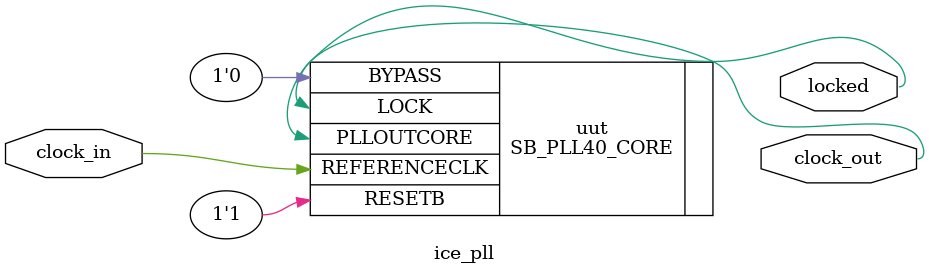
<source format=v>
/**
 * PLL configuration
 *
 * This Verilog module was generated automatically
 * using the icepll tool from the IceStorm project.
 * Use at your own risk.
 *
 * Given input frequency:        16.000 MHz
 * Requested output frequency:   42.000 MHz
 * Achieved output frequency:    42.000 MHz
 * out = ref * (DIVF + 1) / (2^DIVQ * (DIVR + 1))
 */

module ice_pll(
	input  clock_in,
	output clock_out,
	output locked
	);
`ifdef VERILATOR
assign clock_out = clock_in;
assign locked = 1'b1;
`else
SB_PLL40_CORE #(
		.FEEDBACK_PATH("SIMPLE"),
		.DIVR(4'b0000),		// DIVR =  0
		.DIVF(7'b101001),	// DIVF = 41
		.DIVQ(3'b100),		// DIVQ =  4
		.FILTER_RANGE(3'b001)	// FILTER_RANGE = 1
	) uut (
		.LOCK(locked),
		.RESETB(1'b1),
		.BYPASS(1'b0),
		.REFERENCECLK(clock_in),
		.PLLOUTCORE(clock_out)
		);
`endif
endmodule

</source>
